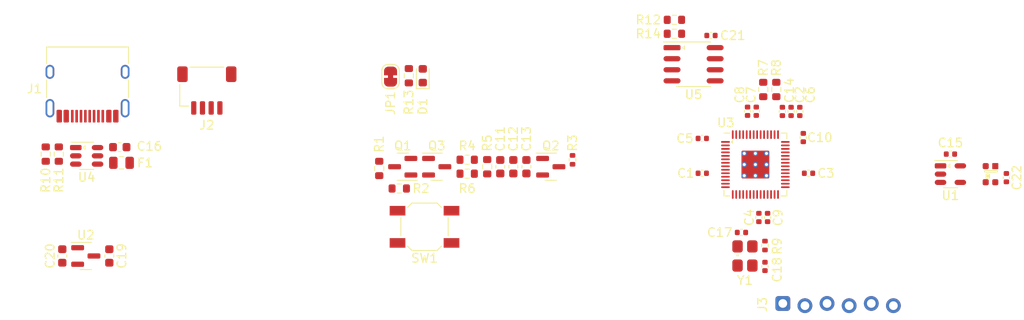
<source format=kicad_pcb>
(kicad_pcb (version 20211014) (generator pcbnew)
  (title_block (title "Keyboard") (date "2022-10-05") (rev "0.1") (company "Josh Johnson"))
  (layers (0 "F.Cu" signal) (31 "B.Cu" signal) (34 "B.Paste" user) (35 "F.Paste" user) (36 "B.SilkS" user "B.Silkscreen") (37 "F.SilkS" user "F.Silkscreen") (38 "B.Mask" user) (39 "F.Mask" user) (44 "Edge.Cuts" user))
  (net 0 "")
  (net 1 "+3V3")
  (net 2 "GND")
  (net 3 "+1V1")
  (net 4 "Net-(C11-Pad1)")
  (net 5 "+5V")
  (net 6 "VBUS")
  (net 7 "Net-(C17-Pad2)")
  (net 8 "Net-(C18-Pad2)")
  (net 9 "Net-(D1-Pad2)")
  (net 10 "Net-(J1-PadA5)")
  (net 11 "/USB+")
  (net 12 "/USB-")
  (net 14 "Net-(J1-PadB5)")
  (net 16 "Net-(JP1-Pad1)")
  (net 17 "Net-(Q1-Pad1)")
  (net 18 "/nRST")
  (net 19 "/BOOT")
  (net 20 "Net-(Q3-Pad3)")
  (net 21 "/FLASH_nCS")
  (net 22 "Net-(R5-Pad2)")
  (net 23 "/D+")
  (net 24 "/D-")
  (net 25 "Net-(R9-Pad2)")
  (net 26 "Net-(R12-Pad2)")
  (net 27 "/25")
  (net 28 "/LED_5V")
  (net 29 "/0")
  (net 30 "/1")
  (net 31 "/2")
  (net 32 "/3")
  (net 33 "/4")
  (net 34 "/5")
  (net 35 "/6")
  (net 36 "/7")
  (net 37 "/8")
  (net 38 "/9")
  (net 39 "/10")
  (net 40 "/11")
  (net 41 "/12")
  (net 42 "/13")
  (net 43 "/14")
  (net 44 "/15")
  (net 45 "/SWDCLK")
  (net 46 "/SWDIO")
  (net 47 "/16")
  (net 48 "/17")
  (net 49 "/18")
  (net 50 "/19")
  (net 51 "/20")
  (net 52 "/21")
  (net 53 "/22")
  (net 54 "/23")
  (net 55 "/24")
  (net 56 "/26")
  (net 57 "/27")
  (net 58 "/28")
  (net 59 "/29")
  (net 60 "/FLASH_SD3")
  (net 61 "/FLASH_SCK")
  (net 62 "/FLASH_SD0")
  (net 63 "/FLASH_SD2")
  (net 64 "/FLASH_SD1")
  (footprint "josh-led:WS2812C-2020" (layer "F.Cu") (at 159.3 175.82 90)
    (fp_text reference "D2" hide)
    (fp_text value "WS2812C-2020")
    (fp_line (start 0.3 -0.6) (end 0.3 0.7) (layer "F.SilkS") (width 0.3))
    (fp_rect (start -0.4 -0.4) (end -0.1 -0.2) (layer "F.SilkS") (width 0.3) (fill none))
    (pad "1" smd roundrect (at 0.9 0.55 90) (size 0.7 0.7) (layers "F.Cu" "F.Paste" "F.Mask") (roundrect_rratio 0.1))
    (pad "2" smd roundrect (at 0.9 -0.55 90) (size 0.7 0.7) (layers "F.Cu" "F.Paste" "F.Mask") (net 2 "GND"))
    (pad "3" smd roundrect (at -0.95 -0.55 90) (size 0.7 0.7) (layers "F.Cu" "F.Paste" "F.Mask") (net 28 "/LED_5V"))
    (pad "4" smd roundrect (at -0.95 0.55 90) (size 0.7 0.7) (layers "F.Cu" "F.Paste" "F.Mask") (net 5 "+5V"))
  )
  (footprint "Capacitor_SMD:C_0402_1005Metric" (layer "F.Cu") (at 138.4 175.74)
    (fp_text reference "C3" (at 2 0) (layer "F.SilkS"))
    (fp_text value "100n")
    (fp_line (start -0.107836 -0.36) (end 0.107836 -0.36) (layer "F.SilkS") (width 0.12))
    (fp_line (start -0.107836 0.36) (end 0.107836 0.36) (layer "F.SilkS") (width 0.12))
    (pad "1" smd roundrect (at -0.48 0) (size 0.56 0.62) (layers "F.Cu" "F.Paste" "F.Mask") (net 1 "+3V3"))
    (pad "2" smd roundrect (at 0.48 0) (size 0.56 0.62) (layers "F.Cu" "F.Paste" "F.Mask") (net 2 "GND"))
  )
  (footprint "Resistor_SMD:R_0603_1608Metric" (layer "F.Cu") (at 99.2 174.19)
    (fp_text reference "R4" (at 0 -1.6 180) (layer "F.SilkS"))
    (fp_text value "51K")
    (fp_line (start -0.237258 -0.5225) (end 0.237258 -0.5225) (layer "F.SilkS") (width 0.12))
    (fp_line (start -0.237258 0.5225) (end 0.237258 0.5225) (layer "F.SilkS") (width 0.12))
    (pad "1" smd roundrect (at -0.825 0) (size 0.8 0.95) (layers "F.Cu" "F.Paste" "F.Mask") (net 20 "Net-(Q3-Pad3)"))
    (pad "2" smd roundrect (at 0.825 0) (size 0.8 0.95) (layers "F.Cu" "F.Paste" "F.Mask") (net 4 "Net-(C11-Pad1)"))
  )
  (footprint "Capacitor_SMD:C_0603_1608Metric" (layer "F.Cu") (at 103 174.99 -90)
    (fp_text reference "C11" (at -3.2 0 90) (layer "F.SilkS"))
    (fp_text value "4u7")
    (fp_line (start -0.14058 0.51) (end 0.14058 0.51) (layer "F.SilkS") (width 0.12))
    (fp_line (start -0.14058 -0.51) (end 0.14058 -0.51) (layer "F.SilkS") (width 0.12))
    (pad "1" smd roundrect (at -0.775 0 270) (size 0.9 0.95) (layers "F.Cu" "F.Paste" "F.Mask") (net 4 "Net-(C11-Pad1)"))
    (pad "2" smd roundrect (at 0.775 0 270) (size 0.9 0.95) (layers "F.Cu" "F.Paste" "F.Mask") (net 2 "GND"))
  )
  (footprint "Capacitor_SMD:C_0402_1005Metric" (layer "F.Cu") (at 133.7 180.82 -90)
    (fp_text reference "C9" (at 0.02 -1.2 90) (layer "F.SilkS"))
    (fp_text value "100n")
    (fp_line (start -0.107836 0.36) (end 0.107836 0.36) (layer "F.SilkS") (width 0.12))
    (fp_line (start -0.107836 -0.36) (end 0.107836 -0.36) (layer "F.SilkS") (width 0.12))
    (pad "1" smd roundrect (at -0.48 0 270) (size 0.56 0.62) (layers "F.Cu" "F.Paste" "F.Mask") (net 3 "+1V1"))
    (pad "2" smd roundrect (at 0.48 0 270) (size 0.56 0.62) (layers "F.Cu" "F.Paste" "F.Mask") (net 2 "GND"))
  )
  (footprint "Package_TO_SOT_SMD:SOT-23" (layer "F.Cu") (at 95.7 174.99)
    (fp_text reference "Q3" (at 0 -2.4 180) (layer "F.SilkS"))
    (fp_text value "2N7002")
    (fp_line (start 0 1.56) (end -0.65 1.56) (layer "F.SilkS") (width 0.12))
    (fp_line (start 0 1.56) (end 0.65 1.56) (layer "F.SilkS") (width 0.12))
    (fp_line (start 0 -1.56) (end 0.65 -1.56) (layer "F.SilkS") (width 0.12))
    (fp_line (start 0 -1.56) (end -1.675 -1.56) (layer "F.SilkS") (width 0.12))
    (pad "1" smd roundrect (at -0.9375 -0.95) (size 1.475 0.6) (layers "F.Cu" "F.Paste" "F.Mask") (net 17 "Net-(Q1-Pad1)"))
    (pad "2" smd roundrect (at -0.9375 0.95) (size 1.475 0.6) (layers "F.Cu" "F.Paste" "F.Mask") (net 17 "Net-(Q1-Pad1)"))
    (pad "3" smd roundrect (at 0.9375 0) (size 1.475 0.6) (layers "F.Cu" "F.Paste" "F.Mask") (net 20 "Net-(Q3-Pad3)"))
  )
  (footprint "Resistor_SMD:R_0603_1608Metric" (layer "F.Cu") (at 89.1 175.19 90)
    (fp_text reference "R1" (at 2.8 0 90) (layer "F.SilkS"))
    (fp_text value "5K1")
    (fp_line (start -0.237258 0.5225) (end 0.237258 0.5225) (layer "F.SilkS") (width 0.12))
    (fp_line (start -0.237258 -0.5225) (end 0.237258 -0.5225) (layer "F.SilkS") (width 0.12))
    (pad "1" smd roundrect (at -0.825 0 90) (size 0.8 0.95) (layers "F.Cu" "F.Paste" "F.Mask") (net 1 "+3V3"))
    (pad "2" smd roundrect (at 0.825 0 90) (size 0.8 0.95) (layers "F.Cu" "F.Paste" "F.Mask") (net 18 "/nRST"))
  )
  (footprint "Capacitor_SMD:C_0402_1005Metric" (layer "F.Cu") (at 154.7 173.54 180)
    (fp_text reference "C15" (at 0 1.3) (layer "F.SilkS"))
    (fp_text value "100n")
    (fp_line (start -0.107836 -0.36) (end 0.107836 -0.36) (layer "F.SilkS") (width 0.12))
    (fp_line (start -0.107836 0.36) (end 0.107836 0.36) (layer "F.SilkS") (width 0.12))
    (pad "1" smd roundrect (at -0.48 0 180) (size 0.56 0.62) (layers "F.Cu" "F.Paste" "F.Mask") (net 5 "+5V"))
    (pad "2" smd roundrect (at 0.48 0 180) (size 0.56 0.62) (layers "F.Cu" "F.Paste" "F.Mask") (net 2 "GND"))
  )
  (footprint "Resistor_SMD:R_0603_1608Metric" (layer "F.Cu") (at 101.5 174.99 -90)
    (fp_text reference "R5" (at -2.723809 0 90) (layer "F.SilkS"))
    (fp_text value "51K")
    (fp_line (start -0.237258 0.5225) (end 0.237258 0.5225) (layer "F.SilkS") (width 0.12))
    (fp_line (start -0.237258 -0.5225) (end 0.237258 -0.5225) (layer "F.SilkS") (width 0.12))
    (pad "1" smd roundrect (at -0.825 0 270) (size 0.8 0.95) (layers "F.Cu" "F.Paste" "F.Mask") (net 4 "Net-(C11-Pad1)"))
    (pad "2" smd roundrect (at 0.825 0 270) (size 0.8 0.95) (layers "F.Cu" "F.Paste" "F.Mask") (net 22 "Net-(R5-Pad2)"))
  )
  (footprint "josh-connectors:USB_C_Receptacle_HRO_TYPE-C-31-M-12" (layer "F.Cu") (at 55.6 165.14 180)
    (fp_text reference "J1" (at 6.1 -0.9) (layer "F.SilkS"))
    (fp_text value "USB_C_Receptacle_USB2.0")
    (fp_line (start -4.7 2) (end -4.7 3.9) (layer "F.SilkS") (width 0.12))
    (fp_line (start -4.7 -1.9) (end -4.7 0.1) (layer "F.SilkS") (width 0.12))
    (fp_line (start -4.7 3.9) (end 4.7 3.9) (layer "F.SilkS") (width 0.12))
    (fp_line (start 4.7 -1.9) (end 4.7 0.1) (layer "F.SilkS") (width 0.12))
    (fp_line (start 4.7 2) (end 4.7 3.9) (layer "F.SilkS") (width 0.12))
    (pad "" np_thru_hole circle (at 2.89 -2.6 180) (size 0.65 0.65) (drill 0.65) (layers *.Cu *.Mask))
    (pad "" np_thru_hole circle (at -2.89 -2.6 180) (size 0.65 0.65) (drill 0.65) (layers *.Cu *.Mask))
    (pad "A1" smd roundrect (at -3.25 -4.045 180) (size 0.6 1.45) (layers "F.Cu" "F.Paste" "F.Mask") (roundrect_rratio 0.2) (net 2 "GND"))
    (pad "A4" smd roundrect (at -2.45 -4.045 180) (size 0.6 1.45) (layers "F.Cu" "F.Paste" "F.Mask") (roundrect_rratio 0.2) (net 6 "VBUS"))
    (pad "A5" smd roundrect (at -1.25 -4.045 180) (size 0.3 1.45) (layers "F.Cu" "F.Paste" "F.Mask") (roundrect_rratio 0.2) (net 10 "Net-(J1-PadA5)"))
    (pad "A6" smd roundrect (at -0.25 -4.045 180) (size 0.3 1.45) (layers "F.Cu" "F.Paste" "F.Mask") (roundrect_rratio 0.2) (net 11 "/USB+"))
    (pad "A7" smd roundrect (at 0.25 -4.045 180) (size 0.3 1.45) (layers "F.Cu" "F.Paste" "F.Mask") (roundrect_rratio 0.2) (net 12 "/USB-"))
    (pad "A8" smd roundrect (at 1.25 -4.045 180) (size 0.3 1.45) (layers "F.Cu" "F.Paste" "F.Mask") (roundrect_rratio 0.2))
    (pad "A9" smd roundrect (at 2.45 -4.045 180) (size 0.6 1.45) (layers "F.Cu" "F.Paste" "F.Mask") (roundrect_rratio 0.2) (net 6 "VBUS"))
    (pad "A12" smd roundrect (at 3.25 -4.045 180) (size 0.6 1.45) (layers "F.Cu" "F.Paste" "F.Mask") (roundrect_rratio 0.2) (net 2 "GND"))
    (pad "B1" smd roundrect (at 3.25 -4.045 180) (size 0.6 1.45) (layers "F.Cu" "F.Paste" "F.Mask") (roundrect_rratio 0.2) (net 2 "GND"))
    (pad "B4" smd roundrect (at 2.45 -4.045 180) (size 0.6 1.45) (layers "F.Cu" "F.Paste" "F.Mask") (roundrect_rratio 0.2) (net 6 "VBUS"))
    (pad "B5" smd roundrect (at 1.75 -4.045 180) (size 0.3 1.45) (layers "F.Cu" "F.Paste" "F.Mask") (roundrect_rratio 0.2) (net 14 "Net-(J1-PadB5)"))
    (pad "B6" smd roundrect (at 0.75 -4.045 180) (size 0.3 1.45) (layers "F.Cu" "F.Paste" "F.Mask") (roundrect_rratio 0.2) (net 11 "/USB+"))
    (pad "B7" smd roundrect (at -0.75 -4.045 180) (size 0.3 1.45) (layers "F.Cu" "F.Paste" "F.Mask") (roundrect_rratio 0.2) (net 12 "/USB-"))
    (pad "B8" smd roundrect (at -1.75 -4.045 180) (size 0.3 1.45) (layers "F.Cu" "F.Paste" "F.Mask") (roundrect_rratio 0.2))
    (pad "B9" smd roundrect (at -2.45 -4.045 180) (size 0.6 1.45) (layers "F.Cu" "F.Paste" "F.Mask") (roundrect_rratio 0.2) (net 6 "VBUS"))
    (pad "B12" smd roundrect (at -3.25 -4.045 180) (size 0.6 1.45) (layers "F.Cu" "F.Paste" "F.Mask") (roundrect_rratio 0.2) (net 2 "GND"))
    (pad "S1" thru_hole oval (at -4.32 -3.13 180) (size 1 2.1) (drill oval 0.6 1.7) (layers *.Cu *.Mask) (net 2 "GND"))
    (pad "S1" thru_hole oval (at 4.32 -3.13 180) (size 1 2.1) (drill oval 0.6 1.7) (layers *.Cu *.Mask) (net 2 "GND"))
    (pad "S1" thru_hole oval (at 4.32 1.05 180) (size 1 1.6) (drill oval 0.6 1.2) (layers *.Cu *.Mask) (net 2 "GND"))
    (pad "S1" thru_hole oval (at -4.32 1.05 180) (size 1 1.6) (drill oval 0.6 1.2) (layers *.Cu *.Mask) (net 2 "GND"))
  )
  (footprint "josh-dfn-qfn:RP2040-QFN-56" (layer "F.Cu") (at 132.3 174.74)
    (fp_text reference "U3" (at -3.4 -4.8) (layer "F.SilkS"))
    (fp_text value "RP2040")
    (fp_line (start 3.61 -3.61) (end 3.61 -2.96) (layer "F.SilkS") (width 0.12))
    (fp_line (start 2.96 3.61) (end 3.61 3.61) (layer "F.SilkS") (width 0.12))
    (fp_line (start 3.61 3.61) (end 3.61 2.96) (layer "F.SilkS") (width 0.12))
    (fp_line (start -2.96 3.61) (end -3.61 3.61) (layer "F.SilkS") (width 0.12))
    (fp_line (start 2.96 -3.61) (end 3.61 -3.61) (layer "F.SilkS") (width 0.12))
    (fp_line (start -3.61 3.61) (end -3.61 2.96) (layer "F.SilkS") (width 0.12))
    (fp_line (start -2.96 -3.61) (end -3.61 -3.61) (layer "F.SilkS") (width 0.12))
    (fp_poly (pts (xy -2.8 -2.6) (xy -2.6 -2.8) (xy -2.6 -2.4)) (layer "F.SilkS") (width 0.05) (fill solid))
    (pad "1" smd roundrect (at -3.4375 -2.6) (size 1 0.2) (layers "F.Cu" "F.Paste" "F.Mask") (net 1 "+3V3"))
    (pad "2" smd oval (at -3.4375 -2.2) (size 1 0.2) (layers "F.Cu" "F.Paste" "F.Mask") (net 29 "/0"))
    (pad "3" smd oval (at -3.4375 -1.8) (size 1 0.2) (layers "F.Cu" "F.Paste" "F.Mask") (net 30 "/1"))
    (pad "4" smd oval (at -3.4375 -1.4) (size 1 0.2) (layers "F.Cu" "F.Paste" "F.Mask") (net 31 "/2"))
    (pad "5" smd oval (at -3.4375 -1) (size 1 0.2) (layers "F.Cu" "F.Paste" "F.Mask") (net 32 "/3"))
    (pad "6" smd oval (at -3.4375 -0.6) (size 1 0.2) (layers "F.Cu" "F.Paste" "F.Mask") (net 33 "/4"))
    (pad "7" smd oval (at -3.4375 -0.2) (size 1 0.2) (layers "F.Cu" "F.Paste" "F.Mask") (net 34 "/5"))
    (pad "8" smd oval (at -3.4375 0.2) (size 1 0.2) (layers "F.Cu" "F.Paste" "F.Mask") (net 35 "/6"))
    (pad "9" smd oval (at -3.4375 0.6) (size 1 0.2) (layers "F.Cu" "F.Paste" "F.Mask") (net 36 "/7"))
    (pad "10" smd oval (at -3.4375 1) (size 1 0.2) (layers "F.Cu" "F.Paste" "F.Mask") (net 1 "+3V3"))
    (pad "11" smd oval (at -3.4375 1.4) (size 1 0.2) (layers "F.Cu" "F.Paste" "F.Mask") (net 37 "/8"))
    (pad "12" smd oval (at -3.4375 1.8) (size 1 0.2) (layers "F.Cu" "F.Paste" "F.Mask") (net 38 "/9"))
    (pad "13" smd oval (at -3.4375 2.2) (size 1 0.2) (layers "F.Cu" "F.Paste" "F.Mask") (net 39 "/10"))
    (pad "14" smd oval (at -3.4375 2.6) (size 1 0.2) (layers "F.Cu" "F.Paste" "F.Mask") (net 40 "/11"))
    (pad "15" smd oval (at -2.6 3.4375) (size 0.2 1) (layers "F.Cu" "F.Paste" "F.Mask") (net 41 "/12"))
    (pad "16" smd oval (at -2.2 3.4375) (size 0.2 1) (layers "F.Cu" "F.Paste" "F.Mask") (net 42 "/13"))
    (pad "17" smd oval (at -1.8 3.4375) (size 0.2 1) (layers "F.Cu" "F.Paste" "F.Mask") (net 43 "/14"))
    (pad "18" smd oval (at -1.4 3.4375) (size 0.2 1) (layers "F.Cu" "F.Paste" "F.Mask") (net 44 "/15"))
    (pad "19" smd oval (at -1 3.4375) (size 0.2 1) (layers "F.Cu" "F.Paste" "F.Mask") (net 2 "GND"))
    (pad "20" smd oval (at -0.6 3.4375) (size 0.2 1) (layers "F.Cu" "F.Paste" "F.Mask") (net 7 "Net-(C17-Pad2)"))
    (pad "21" smd oval (at -0.2 3.4375) (size 0.2 1) (layers "F.Cu" "F.Paste" "F.Mask") (net 25 "Net-(R9-Pad2)"))
    (pad "22" smd oval (at 0.2 3.4375) (size 0.2 1) (layers "F.Cu" "F.Paste" "F.Mask") (net 1 "+3V3"))
    (pad "23" smd oval (at 0.6 3.4375) (size 0.2 1) (layers "F.Cu" "F.Paste" "F.Mask") (net 3 "+1V1"))
    (pad "24" smd oval (at 1 3.4375) (size 0.2 1) (layers "F.Cu" "F.Paste" "F.Mask") (net 45 "/SWDCLK"))
    (pad "25" smd oval (at 1.4 3.4375) (size 0.2 1) (layers "F.Cu" "F.Paste" "F.Mask") (net 46 "/SWDIO"))
    (pad "26" smd oval (at 1.8 3.4375) (size 0.2 1) (layers "F.Cu" "F.Paste" "F.Mask") (net 18 "/nRST"))
    (pad "27" smd oval (at 2.2 3.4375) (size 0.2 1) (layers "F.Cu" "F.Paste" "F.Mask") (net 47 "/16"))
    (pad "28" smd oval (at 2.6 3.4375) (size 0.2 1) (layers "F.Cu" "F.Paste" "F.Mask") (net 48 "/17"))
    (pad "29" smd oval (at 3.4375 2.6) (size 1 0.2) (layers "F.Cu" "F.Paste" "F.Mask") (net 49 "/18"))
    (pad "30" smd oval (at 3.4375 2.2) (size 1 0.2) (layers "F.Cu" "F.Paste" "F.Mask") (net 50 "/19"))
    (pad "31" smd oval (at 3.4375 1.8) (size 1 0.2) (layers "F.Cu" "F.Paste" "F.Mask") (net 51 "/20"))
    (pad "32" smd oval (at 3.4375 1.4) (size 1 0.2) (layers "F.Cu" "F.Paste" "F.Mask") (net 52 "/21"))
    (pad "33" smd oval (at 3.4375 1) (size 1 0.2) (layers "F.Cu" "F.Paste" "F.Mask") (net 1 "+3V3"))
    (pad "34" smd oval (at 3.4375 0.6) (size 1 0.2) (layers "F.Cu" "F.Paste" "F.Mask") (net 53 "/22"))
    (pad "35" smd oval (at 3.4375 0.2) (size 1 0.2) (layers "F.Cu" "F.Paste" "F.Mask") (net 54 "/23"))
    (pad "36" smd oval (at 3.4375 -0.2) (size 1 0.2) (layers "F.Cu" "F.Paste" "F.Mask") (net 55 "/24"))
    (pad "37" smd oval (at 3.4375 -0.6) (size 1 0.2) (layers "F.Cu" "F.Paste" "F.Mask") (net 27 "/25"))
    (pad "38" smd oval (at 3.4375 -1) (size 1 0.2) (layers "F.Cu" "F.Paste" "F.Mask") (net 56 "/26"))
    (pad "39" smd oval (at 3.4375 -1.4) (size 1 0.2) (layers "F.Cu" "F.Paste" "F.Mask") (net 57 "/27"))
    (pad "40" smd oval (at 3.4375 -1.8) (size 1 0.2) (layers "F.Cu" "F.Paste" "F.Mask") (net 58 "/28"))
    (pad "41" smd oval (at 3.4375 -2.2) (size 1 0.2) (layers "F.Cu" "F.Paste" "F.Mask") (net 59 "/29"))
    (pad "42" smd oval (at 3.4375 -2.6) (size 1 0.2) (layers "F.Cu" "F.Paste" "F.Mask") (net 1 "+3V3"))
    (pad "43" smd oval (at 2.6 -3.4375) (size 0.2 1) (layers "F.Cu" "F.Paste" "F.Mask") (net 1 "+3V3"))
    (pad "44" smd oval (at 2.2 -3.4375) (size 0.2 1) (layers "F.Cu" "F.Paste" "F.Mask") (net 1 "+3V3"))
    (pad "45" smd oval (at 1.8 -3.4375) (size 0.2 1) (layers "F.Cu" "F.Paste" "F.Mask") (net 3 "+1V1"))
    (pad "46" smd oval (at 1.4 -3.4375) (size 0.2 1) (layers "F.Cu" "F.Paste" "F.Mask") (net 24 "/D-"))
    (pad "47" smd oval (at 1 -3.4375) (size 0.2 1) (layers "F.Cu" "F.Paste" "F.Mask") (net 23 "/D+"))
    (pad "48" smd oval (at 0.6 -3.4375) (size 0.2 1) (layers "F.Cu" "F.Paste" "F.Mask") (net 1 "+3V3"))
    (pad "49" smd oval (at 0.2 -3.4375) (size 0.2 1) (layers "F.Cu" "F.Paste" "F.Mask") (net 1 "+3V3"))
    (pad "50" smd oval (at -0.2 -3.4375) (size 0.2 1) (layers "F.Cu" "F.Paste" "F.Mask") (net 3 "+1V1"))
    (pad "51" smd oval (at -0.6 -3.4375) (size 0.2 1) (layers "F.Cu" "F.Paste" "F.Mask") (net 60 "/FLASH_SD3"))
    (pad "52" smd oval (at -1 -3.4375) (size 0.2 1) (layers "F.Cu" "F.Paste" "F.Mask") (net 61 "/FLASH_SCK"))
    (pad "53" smd oval (at -1.4 -3.4375) (size 0.2 1) (layers "F.Cu" "F.Paste" "F.Mask") (net 62 "/FLASH_SD0"))
    (pad "54" smd oval (at -1.8 -3.4375) (size 0.2 1) (layers "F.Cu" "F.Paste" "F.Mask") (net 63 "/FLASH_SD2"))
    (pad "55" smd oval (at -2.2 -3.4375) (size 0.2 1) (layers "F.Cu" "F.Paste" "F.Mask") (net 64 "/FLASH_SD1"))
    (pad "56" smd oval (at -2.6 -3.4375) (size 0.2 1) (layers "F.Cu" "F.Paste" "F.Mask") (net 21 "/FLASH_nCS"))
    (pad "57" thru_hole circle (at 1.275 1.275) (size 0.6 0.6) (drill 0.35) (layers *.Cu) (net 2 "GND"))
    (pad "57" thru_hole circle (at -1.275 1.275) (size 0.6 0.6) (drill 0.35) (layers *.Cu) (net 2 "GND"))
    (pad "57" thru_hole circle (at 0 -1.275) (size 0.6 0.6) (drill 0.35) (layers *.Cu) (net 2 "GND"))
    (pad "57" thru_hole circle (at -1.275 -1.275) (size 0.6 0.6) (drill 0.35) (layers *.Cu) (net 2 "GND"))
    (pad "57" smd roundrect (at 0 0) (size 3.2 3.2) (layers "F.Cu" "F.Mask") (roundrect_rratio 0.045) (net 2 "GND"))
    (pad "57" thru_hole circle (at 0 1.275) (size 0.6 0.6) (drill 0.35) (layers *.Cu) (net 2 "GND"))
    (pad "57" thru_hole circle (at 0 0) (size 0.6 0.6) (drill 0.35) (layers *.Cu) (net 2 "GND"))
    (pad "57" thru_hole circle (at 1.275 -1.275) (size 0.6 0.6) (drill 0.35) (layers *.Cu) (net 2 "GND"))
    (pad "57" thru_hole circle (at -1.275 0) (size 0.6 0.6) (drill 0.35) (layers *.Cu) (net 2 "GND"))
    (pad "57" thru_hole circle (at 1.275 0) (size 0.6 0.6) (drill 0.35) (layers *.Cu) (net 2 "GND"))
  )
  (footprint "Jumper:SolderJumper-2_P1.3mm_Bridged_RoundedPad1.0x1.5mm" (layer "F.Cu") (at 90.4 164.64 90)
    (fp_text reference "JP1" (at -3.05 0 90) (layer "F.SilkS"))
    (fp_text value "SHORT")
    (fp_poly (pts (xy 0.25 -0.3) (xy -0.25 -0.3) (xy -0.25 0.3) (xy 0.25 0.3)) (layer "F.Cu") (width 0) (fill solid))
    (fp_line (start 1.4 -0.3) (end 1.4 0.3) (layer "F.SilkS") (width 0.12))
    (fp_line (start -0.7 -1) (end 0.7 -1) (layer "F.SilkS") (width 0.12))
    (fp_line (start 0.7 1) (end -0.7 1) (layer "F.SilkS") (width 0.12))
    (fp_line (start -1.4 0.3) (end -1.4 -0.3) (layer "F.SilkS") (width 0.12))
    (fp_arc (start 0.7 -1) (mid 1.194975 -0.794975) (end 1.4 -0.3) (layer "F.SilkS") (width 0.12))
    (fp_arc (start -1.4 -0.3) (mid -1.194975 -0.794975) (end -0.7 -1) (layer "F.SilkS") (width 0.12))
    (fp_arc (start 1.4 0.3) (mid 1.194975 0.794975) (end 0.7 1) (layer "F.SilkS") (width 0.12))
    (fp_arc (start -0.7 1) (mid -1.194975 0.794975) (end -1.4 0.3) (layer "F.SilkS") (width 0.12))
    (pad "1" smd custom (at -0.65 0 90) (size 1 0.5) (layers "F.Cu" "F.Mask") (net 16 "Net-(JP1-Pad1)") (options (clearance outline) (anchor rect)) (primitives (gr_circle (center 0 0.25) (end 0.5 0.25) (width 0) (fill yes)) (gr_circle (center 0 -0.25) (end 0.5 -0.25) (width 0) (fill yes)) (gr_poly (pts (xy 0.5 0.75) (xy 0 0.75) (xy 0 -0.75) (xy 0.5 -0.75)) (width 0) (fill yes))))
    (pad "2" smd custom (at 0.65 0 90) (size 1 0.5) (layers "F.Cu" "F.Mask") (net 1 "+3V3") (options (clearance outline) (anchor rect)) (primitives (gr_circle (center 0 0.25) (end 0.5 0.25) (width 0) (fill yes)) (gr_circle (center 0 -0.25) (end 0.5 -0.25) (width 0) (fill yes)) (gr_poly (pts (xy 0 0.75) (xy -0.5 0.75) (xy -0.5 -0.75) (xy 0 -0.75)) (width 0) (fill yes))))
  )
  (footprint "Resistor_SMD:R_0402_1005Metric" (layer "F.Cu") (at 111.3 174.2 -90)
    (fp_text reference "R3" (at -1.933809 0 90) (layer "F.SilkS"))
    (fp_text value "1K")
    (fp_line (start -0.153641 -0.38) (end 0.153641 -0.38) (layer "F.SilkS") (width 0.12))
    (fp_line (start -0.153641 0.38) (end 0.153641 0.38) (layer "F.SilkS") (width 0.12))
    (pad "1" smd roundrect (at -0.51 0 270) (size 0.54 0.64) (layers "F.Cu" "F.Paste" "F.Mask") (net 21 "/FLASH_nCS"))
    (pad "2" smd roundrect (at 0.51 0 270) (size 0.54 0.64) (layers "F.Cu" "F.Paste" "F.Mask") (net 19 "/BOOT"))
  )
  (footprint "Capacitor_SMD:C_0402_1005Metric" (layer "F.Cu") (at 137.8 171.64 -90)
    (fp_text reference "C10" (at 0 -1.9 180) (layer "F.SilkS"))
    (fp_text value "1u")
    (fp_line (start -0.107836 -0.36) (end 0.107836 -0.36) (layer "F.SilkS") (width 0.12))
    (fp_line (start -0.107836 0.36) (end 0.107836 0.36) (layer "F.SilkS") (width 0.12))
    (pad "1" smd roundrect (at -0.48 0 270) (size 0.56 0.62) (layers "F.Cu" "F.Paste" "F.Mask") (net 2 "GND"))
    (pad "2" smd roundrect (at 0.48 0 270) (size 0.56 0.62) (layers "F.Cu" "F.Paste" "F.Mask") (net 1 "+3V3"))
  )
  (footprint "Package_TO_SOT_SMD:SOT-23" (layer "F.Cu") (at 91.8 174.99 180)
    (fp_text reference "Q1" (at 0 2.4 180) (layer "F.SilkS"))
    (fp_text value "2N7002")
    (fp_line (start 0 1.56) (end 0.65 1.56) (layer "F.SilkS") (width 0.12))
    (fp_line (start 0 1.56) (end -0.65 1.56) (layer "F.SilkS") (width 0.12))
    (fp_line (start 0 -1.56) (end -1.675 -1.56) (layer "F.SilkS") (width 0.12))
    (fp_line (start 0 -1.56) (end 0.65 -1.56) (layer "F.SilkS") (width 0.12))
    (pad "1" smd roundrect (at -0.9375 -0.95 180) (size 1.475 0.6) (layers "F.Cu" "F.Paste" "F.Mask") (net 17 "Net-(Q1-Pad1)"))
    (pad "2" smd roundrect (at -0.9375 0.95 180) (size 1.475 0.6) (layers "F.Cu" "F.Paste" "F.Mask") (net 2 "GND"))
    (pad "3" smd roundrect (at 0.9375 0 180) (size 1.475 0.6) (layers "F.Cu" "F.Paste" "F.Mask") (net 18 "/nRST"))
  )
  (footprint "Capacitor_SMD:C_0402_1005Metric" (layer "F.Cu") (at 136.4 168.64 90)
    (fp_text reference "C2" (at 1.92 1 90) (layer "F.SilkS"))
    (fp_text value "100n")
    (fp_line (start -0.107836 0.36) (end 0.107836 0.36) (layer "F.SilkS") (width 0.12))
    (fp_line (start -0.107836 -0.36) (end 0.107836 -0.36) (layer "F.SilkS") (width 0.12))
    (pad "1" smd roundrect (at -0.48 0 90) (size 0.56 0.62) (layers "F.Cu" "F.Paste" "F.Mask") (net 1 "+3V3"))
    (pad "2" smd roundrect (at 0.48 0 90) (size 0.56 0.62) (layers "F.Cu" "F.Paste" "F.Mask") (net 2 "GND"))
  )
  (footprint "Capacitor_SMD:C_0402_1005Metric" (layer "F.Cu") (at 137.4 168.64 90)
    (fp_text reference "C6" (at 1.92 1.2 90) (layer "F.SilkS"))
    (fp_text value "100n")
    (fp_line (start -0.107836 0.36) (end 0.107836 0.36) (layer "F.SilkS") (width 0.12))
    (fp_line (start -0.107836 -0.36) (end 0.107836 -0.36) (layer "F.SilkS") (width 0.12))
    (pad "1" smd roundrect (at -0.48 0 90) (size 0.56 0.62) (layers "F.Cu" "F.Paste" "F.Mask") (net 1 "+3V3"))
    (pad "2" smd roundrect (at 0.48 0 90) (size 0.56 0.62) (layers "F.Cu" "F.Paste" "F.Mask") (net 2 "GND"))
  )
  (footprint "Capacitor_SMD:C_0402_1005Metric" (layer "F.Cu") (at 132.4 168.62 90)
    (fp_text reference "C7" (at 1.9 -0.6 90) (layer "F.SilkS"))
    (fp_text value "100n")
    (fp_line (start -0.107836 -0.36) (end 0.107836 -0.36) (layer "F.SilkS") (width 0.12))
    (fp_line (start -0.107836 0.36) (end 0.107836 0.36) (layer "F.SilkS") (width 0.12))
    (pad "1" smd roundrect (at -0.48 0 90) (size 0.56 0.62) (layers "F.Cu" "F.Paste" "F.Mask") (net 1 "+3V3"))
    (pad "2" smd roundrect (at 0.48 0 90) (size 0.56 0.62) (layers "F.Cu" "F.Paste" "F.Mask") (net 2 "GND"))
  )
  (footprint "Capacitor_SMD:C_0402_1005Metric" (layer "F.Cu") (at 130.7 182.54 180)
    (fp_text reference "C17" (at 2.5 0) (layer "F.SilkS"))
    (fp_text value "20p")
    (fp_line (start -0.107836 -0.36) (end 0.107836 -0.36) (layer "F.SilkS") (width 0.12))
    (fp_line (start -0.107836 0.36) (end 0.107836 0.36) (layer "F.SilkS") (width 0.12))
    (pad "1" smd roundrect (at -0.48 0 180) (size 0.56 0.62) (layers "F.Cu" "F.Paste" "F.Mask") (net 2 "GND"))
    (pad "2" smd roundrect (at 0.48 0 180) (size 0.56 0.62) (layers "F.Cu" "F.Paste" "F.Mask") (net 7 "Net-(C17-Pad2)"))
  )
  (footprint "josh-buttons-switches:SW_SPST_SKQG" (layer "F.Cu") (at 94.3 181.89 180)
    (fp_text reference "SW1" (at 0 -3.6) (layer "F.SilkS"))
    (fp_text value "RESET")
    (fp_line (start -2.72 1.04) (end -2.72 -1.04) (layer "F.SilkS") (width 0.12))
    (fp_line (start 1.45 2.72) (end 1.94 2.23) (layer "F.SilkS") (width 0.12))
    (fp_line (start -1.45 -2.72) (end 1.45 -2.72) (layer "F.SilkS") (width 0.12))
    (fp_line (start -1.45 2.72) (end -1.94 2.23) (layer "F.SilkS") (width 0.12))
    (fp_line (start 2.72 1.04) (end 2.72 -1.04) (layer "F.SilkS") (width 0.12))
    (fp_line (start -1.45 -2.72) (end -1.94 -2.23) (layer "F.SilkS") (width 0.12))
    (fp_line (start -1.45 2.72) (end 1.45 2.72) (layer "F.SilkS") (width 0.12))
    (fp_line (start 1.45 -2.72) (end 1.94 -2.23) (layer "F.SilkS") (width 0.12))
    (pad "1" smd rect (at -3.1 -1.85 180) (size 1.8 1.1) (layers "F.Cu" "F.Paste" "F.Mask") (net 2 "GND"))
    (pad "1" smd rect (at 3.1 -1.85 180) (size 1.8 1.1) (layers "F.Cu" "F.Paste" "F.Mask") (net 2 "GND"))
    (pad "2" smd rect (at -3.1 1.85 180) (size 1.8 1.1) (layers "F.Cu" "F.Paste" "F.Mask") (net 17 "Net-(Q1-Pad1)"))
    (pad "2" smd rect (at 3.1 1.85 180) (size 1.8 1.1) (layers "F.Cu" "F.Paste" "F.Mask") (net 17 "Net-(Q1-Pad1)"))
  )
  (footprint "Capacitor_SMD:C_0402_1005Metric" (layer "F.Cu") (at 161.125 176.245 90)
    (fp_text reference "C22" (at 0 1.2 90) (layer "F.SilkS"))
    (fp_text value "100n")
    (fp_line (start -0.107836 0.36) (end 0.107836 0.36) (layer "F.SilkS") (width 0.12))
    (fp_line (start -0.107836 -0.36) (end 0.107836 -0.36) (layer "F.SilkS") (width 0.12))
    (pad "1" smd roundrect (at -0.48 0 90) (size 0.56 0.62) (layers "F.Cu" "F.Paste" "F.Mask") (net 5 "+5V"))
    (pad "2" smd roundrect (at 0.48 0 90) (size 0.56 0.62) (layers "F.Cu" "F.Paste" "F.Mask") (net 2 "GND"))
  )
  (footprint "Capacitor_SMD:C_0402_1005Metric" (layer "F.Cu") (at 133.4 186.44 90)
    (fp_text reference "C18" (at -0.38 1.4 90) (layer "F.SilkS"))
    (fp_text value "20p")
    (fp_line (start -0.107836 -0.36) (end 0.107836 -0.36) (layer "F.SilkS") (width 0.12))
    (fp_line (start -0.107836 0.36) (end 0.107836 0.36) (layer "F.SilkS") (width 0.12))
    (pad "1" smd roundrect (at -0.48 0 90) (size 0.56 0.62) (layers "F.Cu" "F.Paste" "F.Mask") (net 2 "GND"))
    (pad "2" smd roundrect (at 0.48 0 90) (size 0.56 0.62) (layers "F.Cu" "F.Paste" "F.Mask") (net 8 "Net-(C18-Pad2)"))
  )
  (footprint "Resistor_SMD:R_0603_1608Metric" (layer "F.Cu") (at 52.3 173.54 -90)
    (fp_text reference "R11" (at 3 0 90) (layer "F.SilkS"))
    (fp_text value "5K1")
    (fp_line (start -0.237258 0.5225) (end 0.237258 0.5225) (layer "F.SilkS") (width 0.12))
    (fp_line (start -0.237258 -0.5225) (end 0.237258 -0.5225) (layer "F.SilkS") (width 0.12))
    (pad "1" smd roundrect (at -0.825 0 270) (size 0.8 0.95) (layers "F.Cu" "F.Paste" "F.Mask") (net 14 "Net-(J1-PadB5)"))
    (pad "2" smd roundrect (at 0.825 0 270) (size 0.8 0.95) (layers "F.Cu" "F.Paste" "F.Mask") (net 2 "GND"))
  )
  (footprint "Capacitor_SMD:C_0402_1005Metric" (layer "F.Cu") (at 132.7 180.82 -90)
    (fp_text reference "C4" (at 0 1.1 90) (layer "F.SilkS"))
    (fp_text value "100n")
    (fp_line (start -0.107836 0.36) (end 0.107836 0.36) (layer "F.SilkS") (width 0.12))
    (fp_line (start -0.107836 -0.36) (end 0.107836 -0.36) (layer "F.SilkS") (width 0.12))
    (pad "1" smd roundrect (at -0.48 0 270) (size 0.56 0.62) (layers "F.Cu" "F.Paste" "F.Mask") (net 1 "+3V3"))
    (pad "2" smd roundrect (at 0.48 0 270) (size 0.56 0.62) (layers "F.Cu" "F.Paste" "F.Mask") (net 2 "GND"))
  )
  (footprint "josh-soic-sot-etc:SOIC-8_3.9x4.9mm_P1.27mm" (layer "F.Cu") (at 125.2 163.22)
    (fp_text reference "U5" (at 0 3.48) (layer "F.SilkS"))
    (fp_text value "W25Q128JVSIQ")
    (fp_line (start 0 -2.56) (end 1.95 -2.56) (layer "F.SilkS") (width 0.12))
    (fp_line (start 0 -2.56) (end -3.45 -2.56) (layer "F.SilkS") (width 0.12))
    (fp_line (start 0 2.56) (end 1.95 2.56) (layer "F.SilkS") (width 0.12))
    (fp_line (start 0 2.56) (end -1.95 2.56) (layer "F.SilkS") (width 0.12))
    (fp_poly (pts (xy -1.3 -1.9) (xy -1 -2.15) (xy -1 -1.65)) (layer "F.SilkS") (width 0.05) (fill solid))
    (pad "1" smd roundrect (at -2.475 -1.905) (size 1.95 0.6) (layers "F.Cu" "F.Paste" "F.Mask") (net 21 "/FLASH_nCS"))
    (pad "2" smd oval (at -2.475 -0.635) (size 1.95 0.6) (layers "F.Cu" "F.Paste" "F.Mask") (net 64 "/FLASH_SD1"))
    (pad "3" smd oval (at -2.475 0.635) (size 1.95 0.6) (layers "F.Cu" "F.Paste" "F.Mask") (net 63 "/FLASH_SD2"))
    (pad "4" smd oval (at -2.475 1.905) (size 1.95 0.6) (layers "F.Cu" "F.Paste" "F.Mask") (net 2 "GND"))
    (pad "5" smd oval (at 2.475 1.905) (size 1.95 0.6) (layers "F.Cu" "F.Paste" "F.Mask") (net 62 "/FLASH_SD0"))
    (pad "6" smd oval (at 2.475 0.635) (size 1.95 0.6) (layers "F.Cu" "F.Paste" "F.Mask") (net 61 "/FLASH_SCK"))
    (pad "7" smd oval (at 2.475 -0.635) (size 1.95 0.6) (layers "F.Cu" "F.Paste" "F.Mask") (net 60 "/FLASH_SD3"))
    (pad "8" smd oval (at 2.475 -1.905) (size 1.95 0.6) (layers "F.Cu" "F.Paste" "F.Mask") (net 1 "+3V3"))
  )
  (footprint "josh-connectors:6_PIN_THT_Staggered" (layer "F.Cu") (at 135.45 190.82 90)
    (fp_text reference "J3" (at 0 -2.33 90) (layer "F.SilkS"))
    (fp_text value "SWD")
    (pad "1" thru_hole roundrect (at 0.127 0 90) (size 1.7 1.7) (drill 1) (layers *.Cu *.Mask) (roundrect_rratio 0.2) (net 19 "/BOOT"))
    (pad "2" thru_hole oval (at -0.127 2.54 90) (size 1.7 1.7) (drill 1) (layers *.Cu *.Mask) (net 18 "/nRST"))
    (pad "3" thru_hole oval (at 0.127 5.08 90) (size 1.7 1.7) (drill 1) (layers *.Cu *.Mask) (net 46 "/SWDIO"))
    (pad "4" thru_hole oval (at -0.127 7.62 90) (size 1.7 1.7) (drill 1) (layers *.Cu *.Mask) (net 2 "GND"))
    (pad "5" thru_hole oval (at 0.127 10.16 90) (size 1.7 1.7) (drill 1) (layers *.Cu *.Mask) (net 45 "/SWDCLK"))
    (pad "6" thru_hole oval (at -0.127 12.7 90) (size 1.7 1.7) (drill 1) (layers *.Cu *.Mask) (net 1 "+3V3"))
  )
  (footprint "Capacitor_SMD:C_0603_1608Metric" (layer "F.Cu") (at 106 174.99 -90)
    (fp_text reference "C13" (at -3.2 0 90) (layer "F.SilkS"))
    (fp_text value "4u7")
    (fp_line (start -0.14058 -0.51) (end 0.14058 -0.51) (layer "F.SilkS") (width 0.12))
    (fp_line (start -0.14058 0.51) (end 0.14058 0.51) (layer "F.SilkS") (width 0.12))
    (pad "1" smd roundrect (at -0.775 0 270) (size 0.9 0.95) (layers "F.Cu" "F.Paste" "F.Mask") (net 4 "Net-(C11-Pad1)"))
    (pad "2" smd roundrect (at 0.775 0 270) (size 0.9 0.95) (layers "F.Cu" "F.Paste" "F.Mask") (net 2 "GND"))
  )
  (footprint "Capacitor_SMD:C_0603_1608Metric" (layer "F.Cu") (at 52.7 185.24 -90)
    (fp_text reference "C20" (at 0 1.4 90) (layer "F.SilkS"))
    (fp_text value "4u7")
    (fp_line (start -0.14058 0.51) (end 0.14058 0.51) (layer "F.SilkS") (width 0.12))
    (fp_line (start -0.14058 -0.51) (end 0.14058 -0.51) (layer "F.SilkS") (width 0.12))
    (pad "1" smd roundrect (at -0.775 0 270) (size 0.9 0.95) (layers "F.Cu" "F.Paste" "F.Mask") (net 2 "GND"))
    (pad "2" smd roundrect (at 0.775 0 270) (size 0.9 0.95) (layers "F.Cu" "F.Paste" "F.Mask") (net 1 "+3V3"))
  )
  (footprint "josh-soic-sot-etc:SOT-23-6_SRV05" (layer "F.Cu") (at 55.5 173.74)
    (fp_text reference "U4" (at 0 2.46) (layer "F.SilkS"))
    (fp_text value "SRV05-4")
    (fp_line (start 0 -1.56) (end -1.8 -1.56) (layer "F.SilkS") (width 0.12))
    (fp_line (start 0 1.56) (end -0.8 1.56) (layer "F.SilkS") (width 0.12))
    (fp_line (start 0 1.56) (end 0.8 1.56) (layer "F.SilkS") (width 0.12))
    (fp_line (start 0 -1.56) (end 0.8 -1.56) (layer "F.SilkS") (width 0.12))
    (fp_poly (pts (xy -0.45 -0.95) (xy -0.15 -1.2) (xy -0.15 -0.7)) (layer "F.SilkS") (width 0.05) (fill solid))
    (pad "1" smd roundrect (at -1.25 -0.95) (size 1.325 0.6) (layers "F.Cu" "F.Paste" "F.Mask"))
    (pad "2" smd oval (at -1.25 0) (size 1.325 0.6) (layers "F.Cu" "F.Paste" "F.Mask") (net 2 "GND"))
    (pad "3" smd oval (at -1.25 0.95) (size 1.325 0.6) (layers "F.Cu" "F.Paste" "F.Mask") (net 11 "/USB+"))
    (pad "4" smd oval (at 1.25 0.95) (size 1.325 0.6) (layers "F.Cu" "F.Paste" "F.Mask") (net 12 "/USB-"))
    (pad "5" smd oval (at 1.25 0) (size 1.325 0.6) (layers "F.Cu" "F.Paste" "F.Mask") (net 6 "VBUS"))
    (pad "6" smd oval (at 1.25 -0.95) (size 1.325 0.6) (layers "F.Cu" "F.Paste" "F.Mask"))
  )
  (footprint "Capacitor_SMD:C_0603_1608Metric" (layer "F.Cu") (at 104.5 174.99 -90)
    (fp_text reference "C12" (at -3.2 0 90) (layer "F.SilkS"))
    (fp_text value "4u7")
    (fp_line (start -0.14058 0.51) (end 0.14058 0.51) (layer "F.SilkS") (width 0.12))
    (fp_line (start -0.14058 -0.51) (end 0.14058 -0.51) (layer "F.SilkS") (width 0.12))
    (pad "1" smd roundrect (at -0.775 0 270) (size 0.9 0.95) (layers "F.Cu" "F.Paste" "F.Mask") (net 4 "Net-(C11-Pad1)"))
    (pad "2" smd roundrect (at 0.775 0 270) (size 0.9 0.95) (layers "F.Cu" "F.Paste" "F.Mask") (net 2 "GND"))
  )
  (footprint "Capacitor_SMD:C_0402_1005Metric" (layer "F.Cu") (at 126.2 175.74 180)
    (fp_text reference "C1" (at 1.9 0) (layer "F.SilkS"))
    (fp_text value "100n")
    (fp_line (start -0.107836 -0.36) (end 0.107836 -0.36) (layer "F.SilkS") (width 0.12))
    (fp_line (start -0.107836 0.36) (end 0.107836 0.36) (layer "F.SilkS") (width 0.12))
    (pad "1" smd roundrect (at -0.48 0 180) (size 0.56 0.62) (layers "F.Cu" "F.Paste" "F.Mask") (net 1 "+3V3"))
    (pad "2" smd roundrect (at 0.48 0 180) (size 0.56 0.62) (layers "F.Cu" "F.Paste" "F.Mask") (net 2 "GND"))
  )
  (footprint "Package_TO_SOT_SMD:SOT-23" (layer "F.Cu") (at 108.8 174.99)
    (fp_text reference "Q2" (at 0 -2.4 180) (layer "F.SilkS"))
    (fp_text value "2N7002")
    (fp_line (start 0 -1.56) (end 0.65 -1.56) (layer "F.SilkS") (width 0.12))
    (fp_line (start 0 1.56) (end 0.65 1.56) (layer "F.SilkS") (width 0.12))
    (fp_line (start 0 1.56) (end -0.65 1.56) (layer "F.SilkS") (width 0.12))
    (fp_line (start 0 -1.56) (end -1.675 -1.56) (layer "F.SilkS") (width 0.12))
    (pad "1" smd roundrect (at -0.9375 -0.95) (size 1.475 0.6) (layers "F.Cu" "F.Paste" "F.Mask") (net 4 "Net-(C11-Pad1)"))
    (pad "2" smd roundrect (at -0.9375 0.95) (size 1.475 0.6) (layers "F.Cu" "F.Paste" "F.Mask") (net 2 "GND"))
    (pad "3" smd roundrect (at 0.9375 0) (size 1.475 0.6) (layers "F.Cu" "F.Paste" "F.Mask") (net 19 "/BOOT"))
  )
  (footprint "josh-passives-smt:Fuse_0805_2012Metric" (layer "F.Cu") (at 59.5 174.54 180)
    (fp_text reference "F1" (at -2.7 0) (layer "F.SilkS"))
    (fp_text value "500mA")
    (fp_line (start -0.258578 -0.71) (end 0.258578 -0.71) (layer "F.SilkS") (width 0.12))
    (fp_line (start -0.258578 0.71) (end 0.258578 0.71) (layer "F.SilkS") (width 0.12))
    (pad "1" smd roundrect locked (at -0.9375 0 180) (size 0.975 1.4) (layers "F.Cu" "F.Paste" "F.Mask") (net 5 "+5V"))
    (pad "2" smd roundrect locked (at 0.9375 0 180) (size 0.975 1.4) (layers "F.Cu" "F.Paste" "F.Mask") (net 6 "VBUS"))
  )
  (footprint "Package_TO_SOT_SMD:SOT-23" (layer "F.Cu") (at 55.4 185.24)
    (fp_text reference "U2" (at 0 -2.4) (layer "F.SilkS"))
    (fp_text value "XC6206P332MR")
    (fp_line (start 0 -1.56) (end 0.65 -1.56) (layer "F.SilkS") (width 0.12))
    (fp_line (start 0 -1.56) (end -1.675 -1.56) (layer "F.SilkS") (width 0.12))
    (fp_line (start 0 1.56) (end -0.65 1.56) (layer "F.SilkS") (width 0.12))
    (fp_line (start 0 1.56) (end 0.65 1.56) (layer "F.SilkS") (width 0.12))
    (pad "1" smd roundrect (at -0.9375 -0.95) (size 1.475 0.6) (layers "F.Cu" "F.Paste" "F.Mask") (net 2 "GND"))
    (pad "2" smd roundrect (at -0.9375 0.95) (size 1.475 0.6) (layers "F.Cu" "F.Paste" "F.Mask") (net 1 "+3V3"))
    (pad "3" smd roundrect (at 0.9375 0) (size 1.475 0.6) (layers "F.Cu" "F.Paste" "F.Mask") (net 5 "+5V"))
  )
  (footprint "Resistor_SMD:R_0603_1608Metric" (layer "F.Cu") (at 50.8 173.54 90)
    (fp_text reference "R10" (at -3 0 90) (layer "F.SilkS"))
    (fp_text value "5K1")
    (fp_line (start -0.237258 0.5225) (end 0.237258 0.5225) (layer "F.SilkS") (width 0.12))
    (fp_line (start -0.237258 -0.5225) (end 0.237258 -0.5225) (layer "F.SilkS") (width 0.12))
    (pad "1" smd roundrect (at -0.825 0 90) (size 0.8 0.95) (layers "F.Cu" "F.Paste" "F.Mask") (net 2 "GND"))
    (pad "2" smd roundrect (at 0.825 0 90) (size 0.8 0.95) (layers "F.Cu" "F.Paste" "F.Mask") (net 10 "Net-(J1-PadA5)"))
  )
  (footprint "Resistor_SMD:R_0603_1608Metric" (layer "F.Cu") (at 91.4 177.49)
    (fp_text reference "R2" (at 2.5 0) (layer "F.SilkS"))
    (fp_text value "5K1")
    (fp_line (start -0.237258 0.5225) (end 0.237258 0.5225) (layer "F.SilkS") (width 0.12))
    (fp_line (start -0.237258 -0.5225) (end 0.237258 -0.5225) (layer "F.SilkS") (width 0.12))
    (pad "1" smd roundrect (at -0.825 0) (size 0.8 0.95) (layers "F.Cu" "F.Paste" "F.Mask") (net 1 "+3V3"))
    (pad "2" smd roundrect (at 0.825 0) (size 0.8 0.95) (layers "F.Cu" "F.Paste" "F.Mask") (net 17 "Net-(Q1-Pad1)"))
  )
  (footprint "Resistor_SMD:R_0402_1005Metric" (layer "F.Cu") (at 133.4 184.04 90)
    (fp_text reference "R9" (at -0.08 1.4 90) (layer "F.SilkS"))
    (fp_text value "1K")
    (fp_line (start -0.153641 0.38) (end 0.153641 0.38) (layer "F.SilkS") (width 0.12))
    (fp_line (start -0.153641 -0.38) (end 0.153641 -0.38) (layer "F.SilkS") (width 0.12))
    (pad "1" smd roundrect (at -0.51 0 90) (size 0.54 0.64) (layers "F.Cu" "F.Paste" "F.Mask") (net 8 "Net-(C18-Pad2)"))
    (pad "2" smd roundrect (at 0.51 0 90) (size 0.54 0.64) (layers "F.Cu" "F.Paste" "F.Mask") (net 25 "Net-(R9-Pad2)"))
  )
  (footprint "LED_SMD:LED_0603_1608Metric" (layer "F.Cu") (at 94.1 164.54 90)
    (fp_text reference "D1" (at -3.530953 0 90) (layer "F.SilkS"))
    (fp_text value "BLUE")
    (fp_line (start -1.485 -0.735) (end -1.485 0.735) (layer "F.SilkS") (width 0.12))
    (fp_line (start 0.8 -0.735) (end -1.485 -0.735) (layer "F.SilkS") (width 0.12))
    (fp_line (start -1.485 0.735) (end 0.8 0.735) (layer "F.SilkS") (width 0.12))
    (pad "1" smd roundrect (at -0.7875 0 90) (size 0.875 0.95) (layers "F.Cu" "F.Paste" "F.Mask") (net 2 "GND"))
    (pad "2" smd roundrect (at 0.7875 0 90) (size 0.875 0.95) (layers "F.Cu" "F.Paste" "F.Mask") (net 9 "Net-(D1-Pad2)"))
  )
  (footprint "josh-soic-sot-etc:SOT-23-5" (layer "F.Cu") (at 154.7 175.84)
    (fp_text reference "U1" (at 0 2.46) (layer "F.SilkS"))
    (fp_text value "74AHCT1G125")
    (fp_line (start 0 -1.56) (end -1.8 -1.56) (layer "F.SilkS") (width 0.12))
    (fp_line (start 0 1.56) (end -0.8 1.56) (layer "F.SilkS") (width 0.12))
    (fp_line (start 0 1.56) (end 0.8 1.56) (layer "F.SilkS") (width 0.12))
    (fp_line (start 0 -1.56) (end 0.8 -1.56) (layer "F.SilkS") (width 0.12))
    (fp_poly (pts (xy -0.342623 -0.95) (xy -0.042623 -1.2) (xy -0.042623 -0.7)) (layer "F.SilkS") (width 0.05) (fill solid))
    (pad "1" smd roundrect (at -1.1375 -0.95) (size 1.325 0.6) (layers "F.Cu" "F.Paste" "F.Mask") (net 2 "GND"))
    (pad "2" smd oval (at -1.1375 0) (size 1.325 0.6) (layers "F.Cu" "F.Paste" "F.Mask") (net 27 "/25"))
    (pad "3" smd oval (at -1.1375 0.95) (size 1.325 0.6) (layers "F.Cu" "F.Paste" "F.Mask") (net 2 "GND"))
    (pad "4" smd oval (at 1.1375 0.95) (size 1.325 0.6) (layers "F.Cu" "F.Paste" "F.Mask") (net 28 "/LED_5V"))
    (pad "5" smd oval (at 1.1375 -0.95) (size 1.325 0.6) (layers "F.Cu" "F.Paste" "F.Mask") (net 5 "+5V"))
  )
  (footprint "Resistor_SMD:R_0603_1608Metric" (layer "F.Cu") (at 133.2 166.12 -90)
    (fp_text reference "R7" (at -2.5 0 -90) (layer "F.SilkS"))
    (fp_text value "27R")
    (fp_line (start -0.237258 0.5225) (end 0.237258 0.5225) (layer "F.SilkS") (width 0.12))
    (fp_line (start -0.237258 -0.5225) (end 0.237258 -0.5225) (layer "F.SilkS") (width 0.12))
    (pad "1" smd roundrect (at -0.825 0 270) (size 0.8 0.95) (layers "F.Cu" "F.Paste" "F.Mask") (net 11 "/USB+"))
    (pad "2" smd roundrect (at 0.825 0 270) (size 0.8 0.95) (layers "F.Cu" "F.Paste" "F.Mask") (net 23 "/D+"))
  )
  (footprint "Capacitor_SMD:C_0402_1005Metric" (layer "F.Cu") (at 131.4 168.62 90)
    (fp_text reference "C8" (at 1.9 -0.9 90) (layer "F.SilkS"))
    (fp_text value "100n")
    (fp_line (start -0.107836 -0.36) (end 0.107836 -0.36) (layer "F.SilkS") (width 0.12))
    (fp_line (start -0.107836 0.36) (end 0.107836 0.36) (layer "F.SilkS") (width 0.12))
    (pad "1" smd roundrect (at -0.48 0 90) (size 0.56 0.62) (layers "F.Cu" "F.Paste" "F.Mask") (net 3 "+1V1"))
    (pad "2" smd roundrect (at 0.48 0 90) (size 0.56 0.62) (layers "F.Cu" "F.Paste" "F.Mask") (net 2 "GND"))
  )
  (footprint "Resistor_SMD:R_0603_1608Metric" (layer "F.Cu") (at 134.7 166.12 -90)
    (fp_text reference "R8" (at -2.5 0 -90) (layer "F.SilkS"))
    (fp_text value "27R")
    (fp_line (start -0.237258 0.5225) (end 0.237258 0.5225) (layer "F.SilkS") (width 0.12))
    (fp_line (start -0.237258 -0.5225) (end 0.237258 -0.5225) (layer "F.SilkS") (width 0.12))
    (pad "1" smd roundrect (at -0.825 0 270) (size 0.8 0.95) (layers "F.Cu" "F.Paste" "F.Mask") (net 12 "/USB-"))
    (pad "2" smd roundrect (at 0.825 0 270) (size 0.8 0.95) (layers "F.Cu" "F.Paste" "F.Mask") (net 24 "/D-"))
  )
  (footprint "Capacitor_SMD:C_0603_1608Metric" (layer "F.Cu") (at 59.3 172.74 180)
    (fp_text reference "C16" (at -3.4 0.1) (layer "F.SilkS"))
    (fp_text value "4u7")
    (fp_line (start -0.14058 -0.51) (end 0.14058 -0.51) (layer "F.SilkS") (width 0.12))
    (fp_line (start -0.14058 0.51) (end 0.14058 0.51) (layer "F.SilkS") (width 0.12))
    (pad "1" smd roundrect (at -0.775 0 180) (size 0.9 0.95) (layers "F.Cu" "F.Paste" "F.Mask") (net 2 "GND"))
    (pad "2" smd roundrect (at 0.775 0 180) (size 0.9 0.95) (layers "F.Cu" "F.Paste" "F.Mask") (net 6 "VBUS"))
  )
  (footprint "Resistor_SMD:R_0603_1608Metric" (layer "F.Cu") (at 92.5 164.54 90)
    (fp_text reference "R13" (at -3.054762 0 90) (layer "F.SilkS"))
    (fp_text value "5K1")
    (fp_line (start -0.237258 -0.5225) (end 0.237258 -0.5225) (layer "F.SilkS") (width 0.12))
    (fp_line (start -0.237258 0.5225) (end 0.237258 0.5225) (layer "F.SilkS") (width 0.12))
    (pad "1" smd roundrect (at -0.825 0 90) (size 0.8 0.95) (layers "F.Cu" "F.Paste" "F.Mask") (net 16 "Net-(JP1-Pad1)"))
    (pad "2" smd roundrect (at 0.825 0 90) (size 0.8 0.95) (layers "F.Cu" "F.Paste" "F.Mask") (net 9 "Net-(D1-Pad2)"))
  )
  (footprint "Capacitor_SMD:C_0402_1005Metric" (layer "F.Cu") (at 127.2 159.92 180)
    (fp_text reference "C21" (at -2.5 0) (layer "F.SilkS"))
    (fp_text value "100n")
    (fp_line (start -0.107836 -0.36) (end 0.107836 -0.36) (layer "F.SilkS") (width 0.12))
    (fp_line (start -0.107836 0.36) (end 0.107836 0.36) (layer "F.SilkS") (width 0.12))
    (pad "1" smd roundrect (at -0.48 0 180) (size 0.56 0.62) (layers "F.Cu" "F.Paste" "F.Mask") (net 1 "+3V3"))
    (pad "2" smd roundrect (at 0.48 0 180) (size 0.56 0.62) (layers "F.Cu" "F.Paste" "F.Mask") (net 2 "GND"))
  )
  (footprint "josh-oscillators:Crystal_SMD_3225-4Pin_3.2x2.5mm" (layer "F.Cu") (at 131.1 185.24 -90)
    (fp_text reference "Y1" (at 2.8 0 180) (layer "F.SilkS"))
    (fp_text value "12MHz")
    (fp_poly (pts (xy -0.3 0.85) (xy 0 0.7) (xy 0 1)) (layer "F.SilkS") (width 0.05) (fill solid))
    (pad "1" smd roundrect (at -1.1 0.85 270) (size 1.4 1.2) (layers "F.Cu" "F.Paste" "F.Mask") (net 7 "Net-(C17-Pad2)"))
    (pad "2" smd roundrect (at 1.1 0.85 270) (size 1.4 1.2) (layers "F.Cu" "F.Paste" "F.Mask") (net 2 "GND"))
    (pad "3" smd roundrect (at 1.1 -0.85 270) (size 1.4 1.2) (layers "F.Cu" "F.Paste" "F.Mask") (net 8 "Net-(C18-Pad2)"))
    (pad "4" smd roundrect (at -1.1 -0.85 270) (size 1.4 1.2) (layers "F.Cu" "F.Paste" "F.Mask") (net 2 "GND"))
  )
  (footprint "Resistor_SMD:R_0603_1608Metric" (layer "F.Cu") (at 99.2 175.79 180)
    (fp_text reference "R6" (at 0 -1.7) (layer "F.SilkS"))
    (fp_text value "51K")
    (fp_line (start -0.237258 -0.5225) (end 0.237258 -0.5225) (layer "F.SilkS") (width 0.12))
    (fp_line (start -0.237258 0.5225) (end 0.237258 0.5225) (layer "F.SilkS") (width 0.12))
    (pad "1" smd roundrect (at -0.825 0 180) (size 0.8 0.95) (layers "F.Cu" "F.Paste" "F.Mask") (net 22 "Net-(R5-Pad2)"))
    (pad "2" smd roundrect (at 0.825 0 180) (size 0.8 0.95) (layers "F.Cu" "F.Paste" "F.Mask") (net 2 "GND"))
  )
  (footprint "josh-connectors:JST_SH_SM04B-SRSS-TB_1x04-1MP_P1.00mm_Horizontal" (layer "F.Cu") (at 69.3 166.24 180)
    (fp_text reference "J2" (at 0 -3.98) (layer "F.SilkS"))
    (fp_text value "JST SH")
    (fp_line (start 3.11 -1.785) (end 2.06 -1.785) (layer "F.SilkS") (width 0.12))
    (fp_line (start 3.11 0.715) (end 3.11 -1.785) (layer "F.SilkS") (width 0.12))
    (fp_line (start -1.94 2.685) (end 1.94 2.685) (layer "F.SilkS") (width 0.12))
    (pad "1" smd roundrect (at -1.5 -2 180) (size 0.6 1.55) (layers "F.Cu" "F.Paste" "F.Mask") (net 5 "+5V"))
    (pad "2" smd roundrect (at -0.5 -2 180) (size 0.6 1.55) (layers "F.Cu" "F.Paste" "F.Mask") (net 12 "/USB-"))
    (pad "3" smd roundrect (at 0.5 -2 180) (size 0.6 1.55) (layers "F.Cu" "F.Paste" "F.Mask") (net 11 "/USB+"))
    (pad "4" smd roundrect (at 1.5 -2 180) (size 0.6 1.55) (layers "F.Cu" "F.Paste" "F.Mask") (net 2 "GND"))
    (pad "MP" smd roundrect (at 2.8 1.875 180) (size 1.2 1.8) (layers "F.Cu" "F.Paste" "F.Mask") (roundrect_rratio 0.208333))
    (pad "MP" smd roundrect (at -2.8 1.875 180) (size 1.2 1.8) (layers "F.Cu" "F.Paste" "F.Mask") (roundrect_rratio 0.208333))
  )
  (footprint "Capacitor_SMD:C_0402_1005Metric" (layer "F.Cu") (at 135.4 168.64 90)
    (fp_text reference "C14" (at 2.42 0.8 90) (layer "F.SilkS"))
    (fp_text value "1u")
    (fp_line (start -0.107836 -0.36) (end 0.107836 -0.36) (layer "F.SilkS") (width 0.12))
    (fp_line (start -0.107836 0.36) (end 0.107836 0.36) (layer "F.SilkS") (width 0.12))
    (pad "1" smd roundrect (at -0.48 0 90) (size 0.56 0.62) (layers "F.Cu" "F.Paste" "F.Mask") (net 3 "+1V1"))
    (pad "2" smd roundrect (at 0.48 0 90) (size 0.56 0.62) (layers "F.Cu" "F.Paste" "F.Mask") (net 2 "GND"))
  )
  (footprint "Capacitor_SMD:C_0603_1608Metric" (layer "F.Cu") (at 58.1 185.24 -90)
    (fp_text reference "C19" (at 0 -1.43 90) (layer "F.SilkS"))
    (fp_text value "4u7")
    (fp_line (start -0.14058 -0.51) (end 0.14058 -0.51) (layer "F.SilkS") (width 0.12))
    (fp_line (start -0.14058 0.51) (end 0.14058 0.51) (layer "F.SilkS") (width 0.12))
    (pad "1" smd roundrect (at -0.775 0 270) (size 0.9 0.95) (layers "F.Cu" "F.Paste" "F.Mask") (net 2 "GND"))
    (pad "2" smd roundrect (at 0.775 0 270) (size 0.9 0.95) (layers "F.Cu" "F.Paste" "F.Mask") (net 5 "+5V"))
  )
  (footprint "Resistor_SMD:R_0603_1608Metric" (layer "F.Cu") (at 123 158.12 180)
    (fp_text reference "R12" (at 3 0 180) (layer "F.SilkS"))
    (fp_text value "5K1")
    (fp_line (start -0.237258 -0.5225) (end 0.237258 -0.5225) (layer "F.SilkS") (width 0.12))
    (fp_line (start -0.237258 0.5225) (end 0.237258 0.5225) (layer "F.SilkS") (width 0.12))
    (pad "1" smd roundrect (at -0.825 0 180) (size 0.8 0.95) (layers "F.Cu" "F.Paste" "F.Mask") (net 1 "+3V3"))
    (pad "2" smd roundrect (at 0.825 0 180) (size 0.8 0.95) (layers "F.Cu" "F.Paste" "F.Mask") (net 26 "Net-(R12-Pad2)"))
  )
  (footprint "Capacitor_SMD:C_0402_1005Metric" (layer "F.Cu") (at 126.2 171.74 180)
    (fp_text reference "C5" (at 2 0) (layer "F.SilkS"))
    (fp_text value "100n")
    (fp_line (start -0.107836 -0.36) (end 0.107836 -0.36) (layer "F.SilkS") (width 0.12))
    (fp_line (start -0.107836 0.36) (end 0.107836 0.36) (layer "F.SilkS") (width 0.12))
    (pad "1" smd roundrect (at -0.48 0 180) (size 0.56 0.62) (layers "F.Cu" "F.Paste" "F.Mask") (net 1 "+3V3"))
    (pad "2" smd roundrect (at 0.48 0 180) (size 0.56 0.62) (layers "F.Cu" "F.Paste" "F.Mask") (net 2 "GND"))
  )
  (footprint "Resistor_SMD:R_0603_1608Metric" (layer "F.Cu") (at 123 159.72 180)
    (fp_text reference "R14" (at 3 0 180) (layer "F.SilkS"))
    (fp_text value "5K1")
    (fp_line (start -0.237258 0.5225) (end 0.237258 0.5225) (layer "F.SilkS") (width 0.12))
    (fp_line (start -0.237258 -0.5225) (end 0.237258 -0.5225) (layer "F.SilkS") (width 0.12))
    (pad "1" smd roundrect (at -0.825 0 180) (size 0.8 0.95) (layers "F.Cu" "F.Paste" "F.Mask") (net 26 "Net-(R12-Pad2)"))
    (pad "2" smd roundrect (at 0.825 0 180) (size 0.8 0.95) (layers "F.Cu" "F.Paste" "F.Mask") (net 21 "/FLASH_nCS"))
  )
)
</source>
